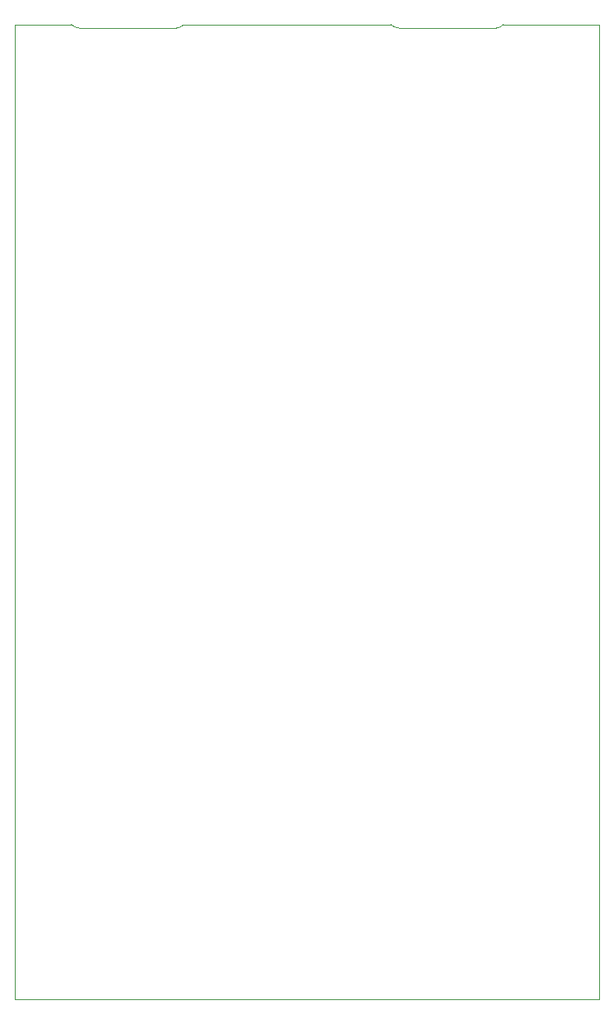
<source format=gm1>
%FSLAX43Y43*%
%MOMM*%
G71*
G01*
G75*
G04 Layer_Color=16711935*
%ADD10R,1.000X0.950*%
%ADD11R,2.300X1.900*%
%ADD12R,0.400X1.400*%
%ADD13R,1.775X1.900*%
%ADD14R,0.610X2.032*%
%ADD15O,0.610X2.032*%
%ADD16R,1.000X2.250*%
%ADD17R,1.600X1.000*%
%ADD18R,2.500X3.000*%
%ADD19O,1.650X0.300*%
%ADD20O,0.300X1.650*%
%ADD21R,1.200X1.200*%
%ADD22R,1.100X0.600*%
%ADD23R,1.100X1.000*%
%ADD24R,0.700X0.700*%
%ADD25R,0.600X0.550*%
%ADD26R,0.650X0.800*%
%ADD27R,0.650X0.500*%
%ADD28R,0.762X0.762*%
%ADD29R,0.600X0.900*%
%ADD30R,0.550X0.600*%
%ADD31R,0.500X0.650*%
%ADD32R,0.700X0.700*%
%ADD33R,0.900X0.600*%
%ADD34R,1.200X1.200*%
%ADD35C,0.175*%
%ADD36C,0.180*%
%ADD37C,0.200*%
%ADD38C,0.125*%
%ADD39C,0.250*%
%ADD40C,0.400*%
%ADD41C,0.300*%
%ADD42R,0.900X0.300*%
%ADD43R,1.700X1.700*%
%ADD44C,1.700*%
%ADD45R,1.700X1.700*%
%ADD46C,3.600*%
%ADD47C,0.550*%
%ADD48C,0.400*%
%ADD49C,0.500*%
%ADD50C,1.600*%
G04:AMPARAMS|DCode=51|XSize=2.524mm|YSize=2.524mm|CornerRadius=0mm|HoleSize=0mm|Usage=FLASHONLY|Rotation=0.000|XOffset=0mm|YOffset=0mm|HoleType=Round|Shape=Relief|Width=0.254mm|Gap=0.254mm|Entries=4|*
%AMTHD51*
7,0,0,2.524,2.016,0.254,45*
%
%ADD51THD51*%
%ADD52C,0.850*%
%ADD53C,0.800*%
%ADD54C,0.350*%
%ADD55C,3.300*%
%ADD56C,1.270*%
%ADD57R,1.300X1.600*%
%ADD58R,0.600X0.250*%
%ADD59R,1.600X1.500*%
%ADD60C,0.280*%
%ADD61R,1.700X0.350*%
%ADD62R,0.600X1.300*%
%ADD63R,0.350X0.850*%
%ADD64R,0.950X1.750*%
%ADD65R,0.800X0.650*%
%ADD66R,1.300X0.600*%
%ADD67C,0.800*%
%ADD68C,0.150*%
%ADD69C,0.102*%
%ADD70C,0.254*%
%ADD71C,0.600*%
%ADD72C,0.100*%
%ADD73R,2.100X2.100*%
%ADD74R,2.100X2.100*%
%ADD75R,1.700X1.700*%
%ADD76R,0.900X0.510*%
%ADD77R,1.100X1.050*%
%ADD78R,2.400X2.000*%
%ADD79R,0.500X1.500*%
%ADD80R,1.875X2.000*%
%ADD81R,0.710X2.132*%
%ADD82O,0.710X2.132*%
%ADD83R,1.100X2.350*%
%ADD84R,1.700X1.100*%
%ADD85R,2.600X3.100*%
%ADD86O,1.750X0.400*%
%ADD87O,0.400X1.750*%
%ADD88R,1.300X1.300*%
%ADD89R,1.200X0.700*%
%ADD90R,1.200X1.100*%
%ADD91R,0.800X0.800*%
%ADD92R,0.700X0.650*%
%ADD93R,0.750X0.900*%
%ADD94R,0.750X0.600*%
%ADD95R,0.862X0.862*%
%ADD96R,0.700X1.000*%
%ADD97R,0.650X0.700*%
%ADD98R,0.600X0.750*%
%ADD99R,0.800X0.800*%
%ADD100R,1.000X0.700*%
%ADD101R,1.300X1.300*%
%ADD102R,1.800X1.800*%
%ADD103C,1.800*%
%ADD104R,1.800X1.800*%
%ADD105C,3.700*%
%ADD106C,1.370*%
%ADD107R,1.400X1.700*%
%ADD108R,0.700X0.350*%
%ADD109R,1.700X1.600*%
%ADD110C,0.380*%
%ADD111R,1.800X0.450*%
%ADD112R,0.700X1.400*%
%ADD113R,0.450X0.950*%
%ADD114R,1.050X1.850*%
%ADD115R,0.900X0.750*%
%ADD116R,1.400X0.700*%
%ADD117C,0.900*%
%ADD118R,0.200X0.100*%
%ADD119C,0.112*%
D72*
X-10600Y-350D02*
G03*
X-9825Y-1I0J1036D01*
G01*
X-21375D02*
G03*
X-20600Y-350I776J686D01*
G01*
X-43434Y-350D02*
G03*
X-42659Y-1I0J1036D01*
G01*
X-54209D02*
G03*
X-53434Y-350I776J686D01*
G01*
X-60000Y-100000D02*
X0D01*
Y0D01*
X-60000Y-100000D02*
Y0D01*
X-19100Y-353D02*
X-12082D01*
X-9825Y0D02*
X0D01*
X-20600Y-350D02*
X-10600D01*
X-53434D02*
X-43434D01*
X-60000Y0D02*
X-54209D01*
X-42659D02*
X-21375D01*
M02*

</source>
